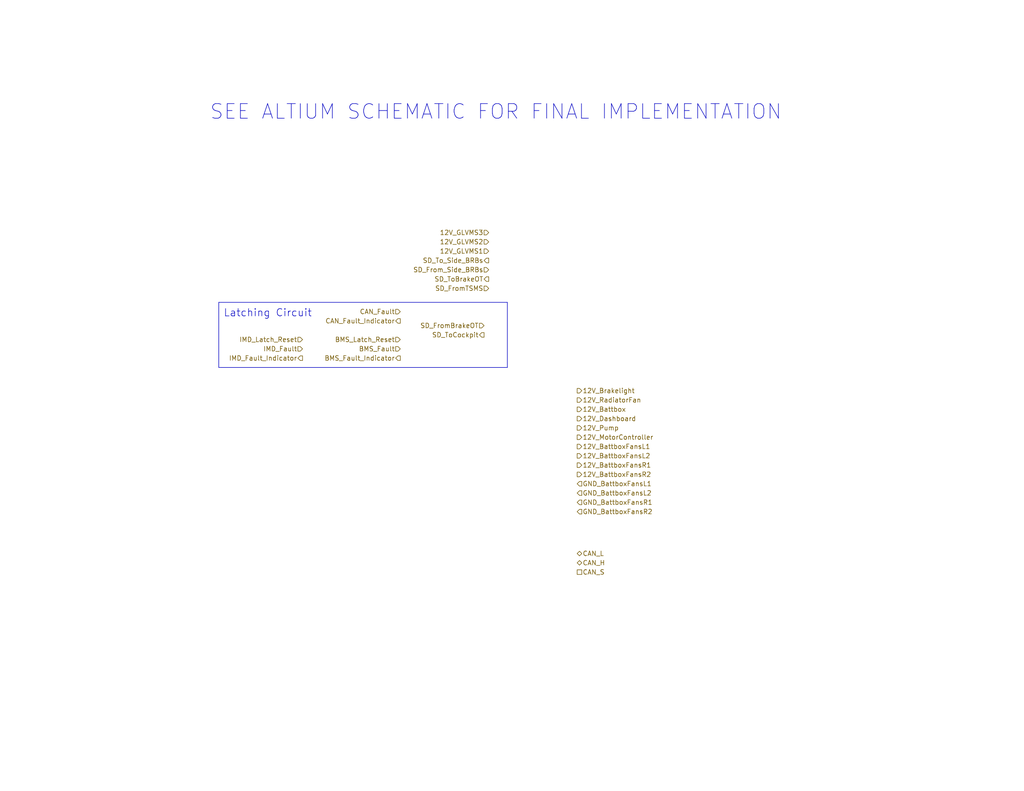
<source format=kicad_sch>
(kicad_sch (version 20230121) (generator eeschema)
  (paper "A")
  (title_block (title "Power Distribution Board") (date "2023-01-23") (rev "1") (company "Northeastern Electric Racing") (comment 1 "https://github.com/Northeastern-Electric-Racing/NER") (comment 2 "For authors and other info, contact Chief Electrical Engineer"))
  (lib_symbols)
  (polyline (pts (xy 59.69 100.33) (xy 138.43 100.33)))
  (polyline (pts (xy 138.43 100.33) (xy 138.43 82.55)))
  (polyline (pts (xy 59.69 82.55) (xy 138.43 82.55)))
  (polyline (pts (xy 59.69 82.55) (xy 59.69 100.33)))
  (text "Latching Circuit\n" (at 60.9681 86.749 0) (effects (font (size 2 2)) (justify left bottom)))
  (text "SEE ALTIUM SCHEMATIC FOR FINAL IMPLEMENTATION" (at 57.15 33.02 0) (effects (font (size 3.9878 3.9878)) (justify left bottom)))
  (hierarchical_label "12V_GLVMS2" (shape input) (at 133.35 66.04 180))
  (hierarchical_label "GND_BattboxFansR2" (shape input) (at 157.48 139.7 0))
  (hierarchical_label "CAN_S" (shape passive) (at 157.48 156.21 0))
  (hierarchical_label "CAN_L" (shape bidirectional) (at 157.48 151.13 0))
  (hierarchical_label "GND_BattboxFansL2" (shape input) (at 157.48 134.62 0))
  (hierarchical_label "CAN_Fault_Indicator" (shape output) (at 109.22 87.63 180))
  (hierarchical_label "IMD_Latch_Reset" (shape input) (at 82.55 92.71 180))
  (hierarchical_label "SD_From_Side_BRBs" (shape input) (at 133.35 73.66 180))
  (hierarchical_label "SD_FromBrakeOT" (shape input) (at 132.08 88.9 180))
  (hierarchical_label "SD_FromTSMS" (shape input) (at 133.35 78.74 180))
  (hierarchical_label "12V_BattboxFansL2" (shape output) (at 157.48 124.46 0))
  (hierarchical_label "12V_BattboxFansR1" (shape output) (at 157.48 127 0))
  (hierarchical_label "SD_To_Side_BRBs" (shape output) (at 133.35 71.12 180))
  (hierarchical_label "SD_ToBrakeOT" (shape output) (at 133.35 76.2 180))
  (hierarchical_label "BMS_Fault" (shape input) (at 109.22 95.25 180))
  (hierarchical_label "12V_Battbox" (shape output) (at 157.48 111.76 0))
  (hierarchical_label "12V_RadiatorFan" (shape output) (at 157.48 109.22 0))
  (hierarchical_label "IMD_Fault" (shape input) (at 82.55 95.25 180))
  (hierarchical_label "12V_GLVMS1" (shape input) (at 133.35 68.58 180))
  (hierarchical_label "12V_BattboxFansL1" (shape output) (at 157.48 121.92 0))
  (hierarchical_label "BMS_Fault_Indicator" (shape output) (at 109.22 97.79 180))
  (hierarchical_label "IMD_Fault_Indicator" (shape output) (at 82.55 97.79 180))
  (hierarchical_label "GND_BattboxFansR1" (shape input) (at 157.48 137.16 0))
  (hierarchical_label "SD_ToCockpit" (shape output) (at 132.08 91.44 180))
  (hierarchical_label "BMS_Latch_Reset" (shape input) (at 109.22 92.71 180))
  (hierarchical_label "12V_Brakelight" (shape output) (at 157.48 106.68 0))
  (hierarchical_label "12V_MotorController" (shape output) (at 157.48 119.38 0))
  (hierarchical_label "GND_BattboxFansL1" (shape input) (at 157.48 132.08 0))
  (hierarchical_label "12V_BattboxFansR2" (shape output) (at 157.48 129.54 0))
  (hierarchical_label "CAN_Fault" (shape input) (at 109.22 85.09 180))
  (hierarchical_label "12V_GLVMS3" (shape input) (at 133.35 63.5 180))
  (hierarchical_label "12V_Dashboard" (shape output) (at 157.48 114.3 0))
  (hierarchical_label "CAN_H" (shape bidirectional) (at 157.48 153.67 0))
  (hierarchical_label "12V_Pump" (shape output) (at 157.48 116.84 0))
)
</source>
